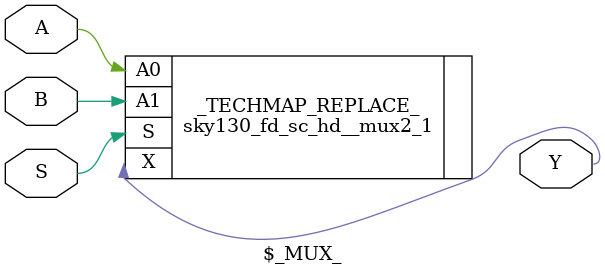
<source format=v>
module \$_MUX_ (output Y, input A, input B, input S);
  sky130_fd_sc_hd__mux2_1 _TECHMAP_REPLACE_ (
    .X(Y),
    .A0(A),
    .A1(B),
    .S(S)
  );
endmodule
</source>
